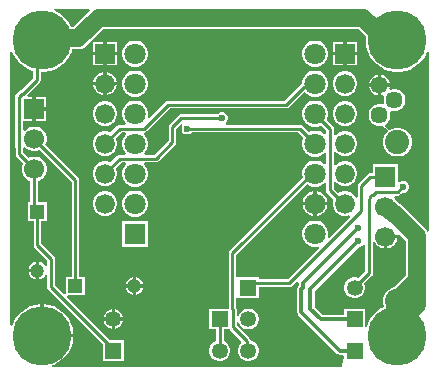
<source format=gbl>
G04*
G04 #@! TF.GenerationSoftware,Altium Limited,Altium Designer,25.8.1 (18)*
G04*
G04 Layer_Physical_Order=2*
G04 Layer_Color=16711680*
%FSLAX44Y44*%
%MOMM*%
G71*
G04*
G04 #@! TF.SameCoordinates,591AE639-5F93-457D-9E92-AC6843792E89*
G04*
G04*
G04 #@! TF.FilePolarity,Positive*
G04*
G01*
G75*
%ADD13C,0.2540*%
%ADD14C,1.7000*%
%ADD15R,1.7000X1.7000*%
%ADD19C,1.4500*%
%ADD23C,1.2000*%
%ADD27R,1.2000X1.2000*%
%ADD29R,1.2000X1.2000*%
%ADD31C,0.3048*%
%ADD32C,1.5000*%
%ADD33R,1.6800X1.6800*%
%ADD34C,1.6800*%
%ADD35C,1.8000*%
%ADD36C,1.3500*%
%ADD37C,5.0000*%
%ADD38C,2.0500*%
%ADD39R,1.3500X1.3500*%
%ADD40R,1.8000X1.8000*%
%ADD41C,0.6000*%
G36*
X67475Y302006D02*
X53528Y288059D01*
X51267D01*
X49763Y291011D01*
X47264Y294449D01*
X44259Y297454D01*
X40821Y299953D01*
X37034Y301882D01*
X36652Y302006D01*
X36894Y303530D01*
X66844D01*
X67475Y302006D01*
D02*
G37*
G36*
X267176Y155484D02*
Y149560D01*
X267430Y148284D01*
X268153Y147203D01*
X273390Y141965D01*
X272810Y139799D01*
Y137061D01*
X273519Y134416D01*
X274888Y132044D01*
X276824Y130108D01*
X279196Y128739D01*
X281841Y128030D01*
X284579D01*
X286875Y128645D01*
X287760Y127375D01*
X269810Y109425D01*
X268443Y110214D01*
X268810Y111582D01*
Y114478D01*
X268060Y117276D01*
X266612Y119784D01*
X264564Y121832D01*
X262056Y123280D01*
X259258Y124030D01*
X256362D01*
X253564Y123280D01*
X251056Y121832D01*
X249008Y119784D01*
X247560Y117276D01*
X246810Y114478D01*
Y111582D01*
X247560Y108784D01*
X249008Y106276D01*
X251056Y104228D01*
X253564Y102780D01*
X256362Y102030D01*
X259258D01*
X260626Y102397D01*
X261415Y101030D01*
X234839Y74454D01*
X210130D01*
Y76060D01*
X192818D01*
X192630Y76060D01*
X191294Y76514D01*
Y95139D01*
X251136Y154981D01*
X253564Y153580D01*
X256362Y152830D01*
X259258D01*
X262056Y153580D01*
X264564Y155028D01*
X265652Y156116D01*
X267176Y155484D01*
D02*
G37*
G36*
X334588Y106789D02*
Y77567D01*
X324440Y67419D01*
X322932Y67015D01*
X320138Y65402D01*
X317858Y63122D01*
X316245Y60328D01*
X315410Y57213D01*
Y53987D01*
X316173Y51139D01*
Y51120D01*
X313509Y49763D01*
X310071Y47264D01*
X307066Y44259D01*
X304568Y40821D01*
X302638Y37034D01*
X301654Y34006D01*
X300130Y34247D01*
Y49390D01*
X282630D01*
Y44233D01*
X264378D01*
X257593Y51018D01*
Y64552D01*
X294721Y101680D01*
X295635D01*
X297472Y102441D01*
X298758Y103727D01*
X299316Y103665D01*
X300282Y103260D01*
Y80927D01*
X294796Y75441D01*
X294757Y75464D01*
X292532Y76060D01*
X290228D01*
X288003Y75464D01*
X286007Y74312D01*
X284378Y72683D01*
X283226Y70687D01*
X282630Y68462D01*
Y66158D01*
X283226Y63933D01*
X284378Y61937D01*
X286007Y60308D01*
X288003Y59156D01*
X290228Y58560D01*
X292532D01*
X294757Y59156D01*
X296753Y60308D01*
X298382Y61937D01*
X299534Y63933D01*
X300130Y66158D01*
Y68462D01*
X299534Y70687D01*
X299511Y70726D01*
X305974Y77189D01*
X306696Y78270D01*
X306950Y79546D01*
Y105667D01*
X308474Y106075D01*
X309479Y104335D01*
X311345Y102469D01*
X313631Y101149D01*
X315976Y100521D01*
Y110490D01*
X317500D01*
Y112014D01*
X327976D01*
X328931Y112446D01*
X334588Y106789D01*
D02*
G37*
G36*
X300872Y280321D02*
X300660Y278985D01*
Y274735D01*
X301325Y270537D01*
X302638Y266496D01*
X304568Y262709D01*
X307066Y259271D01*
X310071Y256266D01*
X313509Y253768D01*
X317296Y251838D01*
X321338Y250525D01*
X325535Y249860D01*
X329785D01*
X333983Y250525D01*
X338024Y251838D01*
X341811Y253768D01*
X345249Y256266D01*
X348254Y259271D01*
X350752Y262709D01*
X352682Y266496D01*
X352806Y266878D01*
X354330Y266636D01*
Y115036D01*
X352865Y114592D01*
X352468Y115549D01*
X350946Y117533D01*
X332165Y136313D01*
X330181Y137836D01*
X329268Y138215D01*
X326936Y140546D01*
X325902Y142337D01*
X324625Y143614D01*
X325257Y145138D01*
X327876D01*
X329152Y145392D01*
X330233Y146115D01*
X331585Y147466D01*
X331745Y147400D01*
X333735D01*
X335572Y148161D01*
X336979Y149568D01*
X337740Y151405D01*
Y153395D01*
X336979Y155232D01*
X335572Y156639D01*
X333735Y157400D01*
X331745D01*
X329908Y156639D01*
X329524Y156255D01*
X328000Y156886D01*
Y171790D01*
X307000D01*
Y164624D01*
X304800D01*
X303524Y164370D01*
X302442Y163647D01*
X294823Y156027D01*
X294100Y154946D01*
X293846Y153670D01*
Y143856D01*
X292322Y143448D01*
X291532Y144816D01*
X289596Y146752D01*
X287224Y148121D01*
X284579Y148830D01*
X281841D01*
X279196Y148121D01*
X277591Y147194D01*
X273844Y150941D01*
Y156333D01*
X275368Y156964D01*
X276824Y155508D01*
X279196Y154139D01*
X281841Y153430D01*
X284579D01*
X287224Y154139D01*
X289596Y155508D01*
X291532Y157444D01*
X292901Y159816D01*
X293610Y162461D01*
Y165199D01*
X292901Y167844D01*
X291532Y170216D01*
X289596Y172152D01*
X287224Y173521D01*
X284579Y174230D01*
X281841D01*
X279196Y173521D01*
X276824Y172152D01*
X275368Y170696D01*
X273844Y171327D01*
Y181733D01*
X275368Y182364D01*
X276824Y180908D01*
X279196Y179539D01*
X281841Y178830D01*
X284579D01*
X287224Y179539D01*
X289596Y180908D01*
X291532Y182844D01*
X292901Y185216D01*
X293610Y187861D01*
Y190599D01*
X292901Y193244D01*
X291532Y195616D01*
X289596Y197552D01*
X287224Y198921D01*
X284579Y199630D01*
X281841D01*
X279196Y198921D01*
X276824Y197552D01*
X275368Y196096D01*
X273844Y196727D01*
Y201930D01*
X273590Y203206D01*
X272868Y204287D01*
X267588Y209567D01*
X268060Y210384D01*
X268810Y213182D01*
Y216078D01*
X268060Y218876D01*
X266612Y221384D01*
X264564Y223432D01*
X262056Y224880D01*
X259258Y225630D01*
X256362D01*
X253564Y224880D01*
X251056Y223432D01*
X249008Y221384D01*
X247560Y218876D01*
X246810Y216078D01*
Y213182D01*
X247560Y210384D01*
X249008Y207876D01*
X251056Y205828D01*
X253564Y204380D01*
X256362Y203630D01*
X259258D01*
X262056Y204380D01*
X262873Y204852D01*
X267176Y200549D01*
Y197576D01*
X265652Y196944D01*
X264564Y198032D01*
X262056Y199480D01*
X259258Y200230D01*
X256362D01*
X253564Y199480D01*
X252747Y199008D01*
X247467Y204287D01*
X246386Y205010D01*
X245110Y205264D01*
X182576D01*
X182297Y205810D01*
X182109Y206788D01*
X183309Y207988D01*
X184070Y209825D01*
Y211815D01*
X183309Y213652D01*
X181902Y215059D01*
X180065Y215820D01*
X178075D01*
X176238Y215059D01*
X175333Y214154D01*
X144780D01*
X143504Y213900D01*
X142423Y213178D01*
X134803Y205557D01*
X134080Y204476D01*
X133826Y203200D01*
Y191881D01*
X121809Y179864D01*
X113756D01*
X113124Y181388D01*
X114212Y182476D01*
X115660Y184984D01*
X116410Y187782D01*
Y190678D01*
X115660Y193476D01*
X114212Y195984D01*
X113097Y197100D01*
X113088Y197291D01*
X113635Y198716D01*
X114306Y198850D01*
X115387Y199573D01*
X134731Y218916D01*
X233680D01*
X234956Y219170D01*
X236038Y219893D01*
X249214Y233069D01*
X251056Y231228D01*
X253564Y229780D01*
X256362Y229030D01*
X259258D01*
X262056Y229780D01*
X264564Y231228D01*
X266612Y233276D01*
X268060Y235784D01*
X268810Y238582D01*
Y241478D01*
X268060Y244276D01*
X266612Y246784D01*
X264564Y248832D01*
X262056Y250280D01*
X259258Y251030D01*
X256362D01*
X253564Y250280D01*
X251056Y248832D01*
X249008Y246784D01*
X247560Y244276D01*
X246810Y241478D01*
Y239957D01*
X246395Y239680D01*
X232299Y225584D01*
X133350D01*
X132074Y225330D01*
X130992Y224608D01*
X117410Y211025D01*
X116043Y211814D01*
X116410Y213182D01*
Y216078D01*
X115660Y218876D01*
X114212Y221384D01*
X112164Y223432D01*
X109656Y224880D01*
X106858Y225630D01*
X103962D01*
X101164Y224880D01*
X98656Y223432D01*
X96608Y221384D01*
X95160Y218876D01*
X94410Y216078D01*
Y213182D01*
X95160Y210384D01*
X96608Y207876D01*
X97696Y206788D01*
X97064Y205264D01*
X92660D01*
X91384Y205010D01*
X90302Y204287D01*
X84602Y198587D01*
X84024Y198921D01*
X81379Y199630D01*
X78641D01*
X75996Y198921D01*
X73624Y197552D01*
X71688Y195616D01*
X70319Y193244D01*
X69610Y190599D01*
Y187861D01*
X70319Y185216D01*
X71688Y182844D01*
X73624Y180908D01*
X75996Y179539D01*
X78641Y178830D01*
X81379D01*
X84024Y179539D01*
X86396Y180908D01*
X88332Y182844D01*
X89701Y185216D01*
X90410Y187861D01*
Y190599D01*
X89701Y193244D01*
X89331Y193886D01*
X94041Y198596D01*
X97064D01*
X97696Y197072D01*
X96608Y195984D01*
X95160Y193476D01*
X94410Y190678D01*
Y187782D01*
X95160Y184984D01*
X96608Y182476D01*
X97696Y181388D01*
X97064Y179864D01*
X92660D01*
X91384Y179610D01*
X90302Y178888D01*
X84602Y173188D01*
X84024Y173521D01*
X81379Y174230D01*
X78641D01*
X75996Y173521D01*
X73624Y172152D01*
X71688Y170216D01*
X70319Y167844D01*
X69610Y165199D01*
Y162461D01*
X70319Y159816D01*
X71688Y157444D01*
X73624Y155508D01*
X75996Y154139D01*
X78641Y153430D01*
X81379D01*
X84024Y154139D01*
X86396Y155508D01*
X88332Y157444D01*
X89701Y159816D01*
X90410Y162461D01*
Y165199D01*
X89701Y167844D01*
X89331Y168486D01*
X94041Y173196D01*
X97064D01*
X97696Y171672D01*
X96608Y170584D01*
X95160Y168076D01*
X94410Y165278D01*
Y162382D01*
X95160Y159584D01*
X96608Y157076D01*
X98656Y155028D01*
X101164Y153580D01*
X103962Y152830D01*
X106858D01*
X109656Y153580D01*
X112164Y155028D01*
X114212Y157076D01*
X115660Y159584D01*
X116410Y162382D01*
Y165278D01*
X115660Y168076D01*
X114212Y170584D01*
X113124Y171672D01*
X113756Y173196D01*
X123190D01*
X124466Y173450D01*
X125548Y174172D01*
X139517Y188142D01*
X140240Y189224D01*
X140494Y190500D01*
Y201819D01*
X145156Y206481D01*
X145180Y206488D01*
X145189Y206486D01*
X145621Y204762D01*
X144860Y202925D01*
Y200935D01*
X145621Y199098D01*
X147028Y197691D01*
X148865Y196930D01*
X150855D01*
X152692Y197691D01*
X153597Y198596D01*
X243729D01*
X248032Y194293D01*
X247560Y193476D01*
X246810Y190678D01*
Y187782D01*
X247560Y184984D01*
X249008Y182476D01*
X251056Y180428D01*
X253564Y178980D01*
X256362Y178230D01*
X259258D01*
X262056Y178980D01*
X264564Y180428D01*
X265652Y181516D01*
X267176Y180884D01*
Y172176D01*
X265652Y171544D01*
X264564Y172632D01*
X262056Y174080D01*
X259258Y174830D01*
X256362D01*
X253564Y174080D01*
X251056Y172632D01*
X249008Y170584D01*
X247560Y168076D01*
X246810Y165278D01*
Y162382D01*
X247295Y160570D01*
X185602Y98877D01*
X184880Y97796D01*
X184626Y96520D01*
Y49390D01*
X168330D01*
Y31890D01*
X173746D01*
Y22135D01*
X173703Y22124D01*
X171707Y20972D01*
X170078Y19343D01*
X168926Y17347D01*
X168330Y15122D01*
Y12818D01*
X168926Y10593D01*
X170078Y8597D01*
X171707Y6968D01*
X173703Y5816D01*
X175928Y5220D01*
X178232D01*
X180457Y5816D01*
X182453Y6968D01*
X184082Y8597D01*
X185234Y10593D01*
X185830Y12818D01*
Y15122D01*
X185234Y17347D01*
X184082Y19343D01*
X182453Y20972D01*
X180457Y22124D01*
X180414Y22135D01*
Y31890D01*
X185693D01*
X185791Y31744D01*
X195323Y22212D01*
X195208Y20172D01*
X194378Y19343D01*
X193226Y17347D01*
X192630Y15122D01*
Y12818D01*
X193226Y10593D01*
X194378Y8597D01*
X196007Y6968D01*
X198003Y5816D01*
X200228Y5220D01*
X202532D01*
X204757Y5816D01*
X206753Y6968D01*
X208382Y8597D01*
X209534Y10593D01*
X210130Y12818D01*
Y15122D01*
X209534Y17347D01*
X208382Y19343D01*
X206753Y20972D01*
X204757Y22124D01*
X203198Y22541D01*
X202983Y23623D01*
X202260Y24705D01*
X191482Y35483D01*
Y37884D01*
X193006Y38084D01*
X193226Y37263D01*
X194378Y35267D01*
X196007Y33638D01*
X198003Y32486D01*
X200228Y31890D01*
X202532D01*
X204757Y32486D01*
X206753Y33638D01*
X208382Y35267D01*
X209534Y37263D01*
X210130Y39488D01*
Y41792D01*
X209534Y44017D01*
X208382Y46013D01*
X206753Y47642D01*
X204757Y48794D01*
X202532Y49390D01*
X200228D01*
X198003Y48794D01*
X196007Y47642D01*
X194378Y46013D01*
X193226Y44017D01*
X193006Y43196D01*
X191482Y43396D01*
Y49179D01*
X191294Y50124D01*
Y58106D01*
X192630Y58560D01*
X192818Y58560D01*
X210130D01*
Y67786D01*
X236220D01*
X237496Y68040D01*
X238577Y68762D01*
X242492Y72677D01*
X242803Y72627D01*
X244051Y71114D01*
Y68792D01*
X243839Y68581D01*
X243060Y67415D01*
X242787Y66040D01*
Y46990D01*
X243060Y45615D01*
X243839Y44449D01*
X276859Y11429D01*
X278025Y10650D01*
X279400Y10377D01*
X281434D01*
X282420Y9214D01*
X281582Y4172D01*
X280670Y3260D01*
Y0D01*
X35353D01*
X35112Y1524D01*
X36852Y2089D01*
X40572Y3985D01*
X43949Y6439D01*
X46901Y9391D01*
X49355Y12768D01*
X51251Y16488D01*
X52541Y20459D01*
X53194Y24583D01*
Y25146D01*
X26670D01*
Y26670D01*
X25146D01*
Y53194D01*
X24583D01*
X20459Y52541D01*
X16488Y51251D01*
X12768Y49355D01*
X9391Y46901D01*
X6439Y43949D01*
X3985Y40572D01*
X2089Y36852D01*
X1524Y35112D01*
X0Y35353D01*
Y266636D01*
X1524Y266878D01*
X1648Y266496D01*
X3577Y262709D01*
X6076Y259271D01*
X9081Y256266D01*
X12519Y253768D01*
X16306Y251838D01*
X18758Y251041D01*
Y244351D01*
X9034Y234627D01*
X8586Y234538D01*
X8586Y234538D01*
X8586Y234538D01*
X8151Y234248D01*
X7504Y233816D01*
X4974Y231286D01*
X4252Y230205D01*
X3998Y228929D01*
Y193140D01*
X3984D01*
X4002Y192777D01*
X4028Y191628D01*
X4287Y180095D01*
X4420Y179496D01*
X4540Y178894D01*
X4561Y178863D01*
X4569Y178825D01*
X4922Y178323D01*
X5262Y177813D01*
X6006Y177069D01*
X6006Y177069D01*
X10738Y172337D01*
X10366Y171693D01*
X9650Y169022D01*
Y166258D01*
X10366Y163587D01*
X11748Y161193D01*
X13703Y159238D01*
X16097Y157856D01*
X16816Y157663D01*
Y139680D01*
X14860D01*
Y123680D01*
X19526D01*
Y103205D01*
X19780Y101929D01*
X20503Y100848D01*
X30956Y90394D01*
Y85753D01*
X29432Y85345D01*
X28881Y86300D01*
X27480Y87701D01*
X25764Y88691D01*
X24384Y89061D01*
Y81680D01*
Y74299D01*
X25764Y74669D01*
X27480Y75659D01*
X28881Y77060D01*
X29432Y78015D01*
X30956Y77607D01*
Y68030D01*
X31210Y66754D01*
X31932Y65672D01*
X78330Y19275D01*
Y5220D01*
X95830D01*
Y22720D01*
X84315D01*
X47979Y59056D01*
X48610Y60580D01*
X63010D01*
Y76580D01*
X58344D01*
Y158280D01*
X58090Y159556D01*
X57368Y160638D01*
X29562Y188443D01*
X29934Y189087D01*
X30650Y191758D01*
Y194522D01*
X29934Y197193D01*
X28552Y199587D01*
X26597Y201542D01*
X24203Y202924D01*
X21532Y203640D01*
X18768D01*
X16097Y202924D01*
X13703Y201542D01*
X12190Y200029D01*
X10666Y200655D01*
Y208616D01*
X18626D01*
Y218640D01*
Y228664D01*
X14656D01*
X14476Y228873D01*
X14025Y230188D01*
X24449Y240613D01*
X25172Y241694D01*
X25426Y242970D01*
Y249860D01*
X28795D01*
X32992Y250525D01*
X37034Y251838D01*
X40821Y253768D01*
X44259Y256266D01*
X47264Y259271D01*
X49763Y262709D01*
X51692Y266496D01*
X52471Y268895D01*
X57497D01*
X59977Y269221D01*
X62288Y270179D01*
X64272Y271702D01*
X78899Y286328D01*
X294864D01*
X300872Y280321D01*
D02*
G37*
G36*
X13703Y184738D02*
X16097Y183356D01*
X18768Y182640D01*
X21532D01*
X24203Y183356D01*
X24847Y183728D01*
X51676Y156899D01*
Y76580D01*
X47010D01*
Y62180D01*
X45486Y61549D01*
X37624Y69411D01*
Y91775D01*
X37370Y93051D01*
X36648Y94132D01*
X26194Y104586D01*
Y123680D01*
X30860D01*
Y139680D01*
X23484D01*
Y157663D01*
X24203Y157856D01*
X26597Y159238D01*
X28552Y161193D01*
X29934Y163587D01*
X30650Y166258D01*
Y169022D01*
X29934Y171693D01*
X28552Y174087D01*
X26597Y176042D01*
X24203Y177424D01*
X21532Y178140D01*
X18768D01*
X16097Y177424D01*
X15453Y177052D01*
X10923Y181582D01*
X10836Y185449D01*
X12346Y186094D01*
X13703Y184738D01*
D02*
G37*
%LPC*%
G36*
X259334Y148917D02*
Y139954D01*
X268297D01*
X267617Y142492D01*
X266231Y144892D01*
X264272Y146851D01*
X261872Y148237D01*
X259334Y148917D01*
D02*
G37*
G36*
X256286D02*
X253748Y148237D01*
X251348Y146851D01*
X249389Y144892D01*
X248003Y142492D01*
X247323Y139954D01*
X256286D01*
Y148917D01*
D02*
G37*
G36*
X268297Y136906D02*
X259334D01*
Y127943D01*
X261872Y128623D01*
X264272Y130009D01*
X266231Y131968D01*
X267617Y134368D01*
X268297Y136906D01*
D02*
G37*
G36*
X256286D02*
X247323D01*
X248003Y134368D01*
X249389Y131968D01*
X251348Y130009D01*
X253748Y128623D01*
X256286Y127943D01*
Y136906D01*
D02*
G37*
G36*
X327469Y108966D02*
X319024D01*
Y100521D01*
X321369Y101149D01*
X323655Y102469D01*
X325521Y104335D01*
X326841Y106621D01*
X327469Y108966D01*
D02*
G37*
G36*
X293134Y275354D02*
X284734D01*
Y266954D01*
X293134D01*
Y275354D01*
D02*
G37*
G36*
X281686D02*
X273286D01*
Y266954D01*
X281686D01*
Y275354D01*
D02*
G37*
G36*
X89934D02*
X81534D01*
Y266954D01*
X89934D01*
Y275354D01*
D02*
G37*
G36*
X78486D02*
X70086D01*
Y266954D01*
X78486D01*
Y275354D01*
D02*
G37*
G36*
X293134Y263906D02*
X284734D01*
Y255506D01*
X293134D01*
Y263906D01*
D02*
G37*
G36*
X281686D02*
X273286D01*
Y255506D01*
X281686D01*
Y263906D01*
D02*
G37*
G36*
X89934D02*
X81534D01*
Y255506D01*
X89934D01*
Y263906D01*
D02*
G37*
G36*
X78486D02*
X70086D01*
Y255506D01*
X78486D01*
Y263906D01*
D02*
G37*
G36*
X259258Y276430D02*
X256362D01*
X253564Y275680D01*
X251056Y274232D01*
X249008Y272184D01*
X247560Y269676D01*
X246810Y266878D01*
Y263982D01*
X247560Y261184D01*
X249008Y258676D01*
X251056Y256628D01*
X253564Y255180D01*
X256362Y254430D01*
X259258D01*
X262056Y255180D01*
X264564Y256628D01*
X266612Y258676D01*
X268060Y261184D01*
X268810Y263982D01*
Y266878D01*
X268060Y269676D01*
X266612Y272184D01*
X264564Y274232D01*
X262056Y275680D01*
X259258Y276430D01*
D02*
G37*
G36*
X106858D02*
X103962D01*
X101164Y275680D01*
X98656Y274232D01*
X96608Y272184D01*
X95160Y269676D01*
X94410Y266878D01*
Y263982D01*
X95160Y261184D01*
X96608Y258676D01*
X98656Y256628D01*
X101164Y255180D01*
X103962Y254430D01*
X106858D01*
X109656Y255180D01*
X112164Y256628D01*
X114212Y258676D01*
X115660Y261184D01*
X116410Y263982D01*
Y266878D01*
X115660Y269676D01*
X114212Y272184D01*
X112164Y274232D01*
X109656Y275680D01*
X106858Y276430D01*
D02*
G37*
G36*
X81534Y249896D02*
Y241554D01*
X89876D01*
X89258Y243860D01*
X87951Y246124D01*
X86103Y247971D01*
X83841Y249278D01*
X81534Y249896D01*
D02*
G37*
G36*
X78486D02*
X76179Y249278D01*
X73917Y247971D01*
X72069Y246124D01*
X70762Y243860D01*
X70144Y241554D01*
X78486D01*
Y249896D01*
D02*
G37*
G36*
X313944Y247435D02*
Y240284D01*
X321095D01*
X320596Y242147D01*
X319441Y244147D01*
X317807Y245781D01*
X315807Y246936D01*
X313944Y247435D01*
D02*
G37*
G36*
X310896D02*
X309033Y246936D01*
X307033Y245781D01*
X305399Y244147D01*
X304244Y242147D01*
X303745Y240284D01*
X310896D01*
Y247435D01*
D02*
G37*
G36*
X89876Y238506D02*
X81534D01*
Y230164D01*
X83841Y230782D01*
X86103Y232089D01*
X87951Y233937D01*
X89258Y236199D01*
X89876Y238506D01*
D02*
G37*
G36*
X78486D02*
X70144D01*
X70762Y236199D01*
X72069Y233937D01*
X73917Y232089D01*
X76179Y230782D01*
X78486Y230164D01*
Y238506D01*
D02*
G37*
G36*
X310896Y237236D02*
X303745D01*
X304244Y235373D01*
X305399Y233373D01*
X307033Y231739D01*
X309033Y230584D01*
X310896Y230085D01*
Y237236D01*
D02*
G37*
G36*
X284579Y250430D02*
X281841D01*
X279196Y249721D01*
X276824Y248352D01*
X274888Y246416D01*
X273519Y244044D01*
X272810Y241399D01*
Y238661D01*
X273519Y236016D01*
X274888Y233644D01*
X276824Y231708D01*
X279196Y230339D01*
X281841Y229630D01*
X284579D01*
X287224Y230339D01*
X289596Y231708D01*
X291532Y233644D01*
X292901Y236016D01*
X293610Y238661D01*
Y241399D01*
X292901Y244044D01*
X291532Y246416D01*
X289596Y248352D01*
X287224Y249721D01*
X284579Y250430D01*
D02*
G37*
G36*
X106858Y251030D02*
X103962D01*
X101164Y250280D01*
X98656Y248832D01*
X96608Y246784D01*
X95160Y244276D01*
X94410Y241478D01*
Y238582D01*
X95160Y235784D01*
X96608Y233276D01*
X98656Y231228D01*
X101164Y229780D01*
X103962Y229030D01*
X106858D01*
X109656Y229780D01*
X112164Y231228D01*
X114212Y233276D01*
X115660Y235784D01*
X116410Y238582D01*
Y241478D01*
X115660Y244276D01*
X114212Y246784D01*
X112164Y248832D01*
X109656Y250280D01*
X106858Y251030D01*
D02*
G37*
G36*
X321095Y237236D02*
X313944D01*
Y230085D01*
X315197Y230420D01*
X315637Y230154D01*
X316367Y229309D01*
X316396Y229241D01*
X315870Y227278D01*
Y224842D01*
X316232Y223493D01*
X314987Y222248D01*
X313638Y222610D01*
X311202D01*
X308850Y221980D01*
X306740Y220762D01*
X305018Y219040D01*
X303800Y216930D01*
X303170Y214578D01*
Y212142D01*
X303800Y209790D01*
X305018Y207680D01*
X306740Y205958D01*
X308850Y204740D01*
X311202Y204110D01*
X313638D01*
X315158Y204517D01*
X315568Y204267D01*
X315736Y204152D01*
X316655Y203504D01*
X317402Y202756D01*
X318799Y201359D01*
X319018Y201141D01*
X319453Y199617D01*
X317858Y198022D01*
X316245Y195228D01*
X315410Y192113D01*
Y188887D01*
X316245Y185772D01*
X317858Y182978D01*
X320138Y180698D01*
X322932Y179085D01*
X326047Y178250D01*
X329273D01*
X332388Y179085D01*
X335182Y180698D01*
X337462Y182978D01*
X339075Y185772D01*
X339910Y188887D01*
Y192113D01*
X339075Y195228D01*
X337462Y198022D01*
X335182Y200302D01*
X332388Y201915D01*
X329273Y202750D01*
X326047D01*
X322932Y201915D01*
X320839Y200707D01*
X319495Y201141D01*
X316941Y203302D01*
X316720Y204632D01*
X316712Y205157D01*
X318100Y205958D01*
X319822Y207680D01*
X321040Y209790D01*
X321670Y212142D01*
Y214578D01*
X321308Y215927D01*
X322553Y217172D01*
X323902Y216810D01*
X326338D01*
X328690Y217440D01*
X330800Y218658D01*
X332522Y220380D01*
X333740Y222490D01*
X334370Y224842D01*
Y227278D01*
X333740Y229630D01*
X332522Y231740D01*
X330800Y233462D01*
X328690Y234680D01*
X326338Y235310D01*
X323902D01*
X321939Y234784D01*
X321871Y234813D01*
X321026Y235543D01*
X320760Y235983D01*
X321095Y237236D01*
D02*
G37*
G36*
X30174Y228664D02*
X21674D01*
Y220164D01*
X30174D01*
Y228664D01*
D02*
G37*
G36*
Y217116D02*
X21674D01*
Y208616D01*
X30174D01*
Y217116D01*
D02*
G37*
G36*
X284579Y225030D02*
X281841D01*
X279196Y224321D01*
X276824Y222952D01*
X274888Y221016D01*
X273519Y218644D01*
X272810Y215999D01*
Y213261D01*
X273519Y210616D01*
X274888Y208244D01*
X276824Y206308D01*
X279196Y204939D01*
X281841Y204230D01*
X284579D01*
X287224Y204939D01*
X289596Y206308D01*
X291532Y208244D01*
X292901Y210616D01*
X293610Y213261D01*
Y215999D01*
X292901Y218644D01*
X291532Y221016D01*
X289596Y222952D01*
X287224Y224321D01*
X284579Y225030D01*
D02*
G37*
G36*
X81379D02*
X78641D01*
X75996Y224321D01*
X73624Y222952D01*
X71688Y221016D01*
X70319Y218644D01*
X69610Y215999D01*
Y213261D01*
X70319Y210616D01*
X71688Y208244D01*
X73624Y206308D01*
X75996Y204939D01*
X78641Y204230D01*
X81379D01*
X84024Y204939D01*
X86396Y206308D01*
X88332Y208244D01*
X89701Y210616D01*
X90410Y213261D01*
Y215999D01*
X89701Y218644D01*
X88332Y221016D01*
X86396Y222952D01*
X84024Y224321D01*
X81379Y225030D01*
D02*
G37*
G36*
Y148830D02*
X78641D01*
X75996Y148121D01*
X73624Y146752D01*
X71688Y144816D01*
X70319Y142444D01*
X69610Y139799D01*
Y137061D01*
X70319Y134416D01*
X71688Y132044D01*
X73624Y130108D01*
X75996Y128739D01*
X78641Y128030D01*
X81379D01*
X84024Y128739D01*
X86396Y130108D01*
X88332Y132044D01*
X89701Y134416D01*
X90410Y137061D01*
Y139799D01*
X89701Y142444D01*
X88332Y144816D01*
X86396Y146752D01*
X84024Y148121D01*
X81379Y148830D01*
D02*
G37*
G36*
X106858Y149430D02*
X103962D01*
X101164Y148680D01*
X98656Y147232D01*
X96608Y145184D01*
X95160Y142676D01*
X94410Y139878D01*
Y136982D01*
X95160Y134184D01*
X96608Y131676D01*
X98656Y129628D01*
X101164Y128180D01*
X103962Y127430D01*
X106858D01*
X109656Y128180D01*
X112164Y129628D01*
X114212Y131676D01*
X115660Y134184D01*
X116410Y136982D01*
Y139878D01*
X115660Y142676D01*
X114212Y145184D01*
X112164Y147232D01*
X109656Y148680D01*
X106858Y149430D01*
D02*
G37*
G36*
X116410Y124030D02*
X94410D01*
Y102030D01*
X116410D01*
Y124030D01*
D02*
G37*
G36*
X21336Y89061D02*
X19956Y88691D01*
X18240Y87701D01*
X16839Y86300D01*
X15849Y84584D01*
X15479Y83204D01*
X21336D01*
Y89061D01*
D02*
G37*
G36*
Y80156D02*
X15479D01*
X15849Y78776D01*
X16839Y77060D01*
X18240Y75659D01*
X19956Y74669D01*
X21336Y74299D01*
Y80156D01*
D02*
G37*
G36*
X106534Y75961D02*
Y70104D01*
X112391D01*
X112021Y71484D01*
X111031Y73200D01*
X109630Y74601D01*
X107914Y75591D01*
X106534Y75961D01*
D02*
G37*
G36*
X103486D02*
X102106Y75591D01*
X100390Y74601D01*
X98989Y73200D01*
X97999Y71484D01*
X97629Y70104D01*
X103486D01*
Y75961D01*
D02*
G37*
G36*
X112391Y67056D02*
X106534D01*
Y61199D01*
X107914Y61569D01*
X109630Y62559D01*
X111031Y63960D01*
X112021Y65676D01*
X112391Y67056D01*
D02*
G37*
G36*
X103486D02*
X97629D01*
X97999Y65676D01*
X98989Y63960D01*
X100390Y62559D01*
X102106Y61569D01*
X103486Y61199D01*
Y67056D01*
D02*
G37*
G36*
X88604Y48797D02*
Y42164D01*
X95238D01*
X94790Y43834D01*
X93701Y45720D01*
X92160Y47261D01*
X90274Y48350D01*
X88604Y48797D01*
D02*
G37*
G36*
X85556D02*
X83886Y48350D01*
X82000Y47261D01*
X80459Y45720D01*
X79370Y43834D01*
X78923Y42164D01*
X85556D01*
Y48797D01*
D02*
G37*
G36*
X95238Y39116D02*
X88604D01*
Y32483D01*
X90274Y32930D01*
X92160Y34019D01*
X93701Y35560D01*
X94790Y37446D01*
X95238Y39116D01*
D02*
G37*
G36*
X85556D02*
X78923D01*
X79370Y37446D01*
X80459Y35560D01*
X82000Y34019D01*
X83886Y32930D01*
X85556Y32483D01*
Y39116D01*
D02*
G37*
G36*
X28758Y53194D02*
X28194D01*
Y28194D01*
X53194D01*
Y28758D01*
X52541Y32881D01*
X51251Y36852D01*
X49355Y40572D01*
X46901Y43949D01*
X43949Y46901D01*
X40572Y49355D01*
X36852Y51251D01*
X32881Y52541D01*
X28758Y53194D01*
D02*
G37*
%LPD*%
D13*
X306620Y145526D02*
G03*
X304227Y143132I7245J-9636D01*
G01*
X7332Y193140D02*
G03*
X7335Y192852I12818J0D01*
G01*
X303616Y79546D02*
Y142322D01*
X304227Y143132D01*
X307575Y146246D02*
X309058Y147728D01*
X309802Y148472D01*
X306620Y145526D02*
X307575Y146246D01*
X309802Y148472D02*
X327876D01*
X294960Y70890D02*
X303616Y79546D01*
X327876Y148472D02*
X331804Y152400D01*
X332740D01*
X144780Y210820D02*
X179070D01*
X137160Y190500D02*
Y203200D01*
X144780Y210820D01*
X123190Y176530D02*
X137160Y190500D01*
X92660Y176530D02*
X123190D01*
X149860Y201930D02*
X245110D01*
X256540Y190500D01*
X304800Y161290D02*
X317500D01*
X297180Y132080D02*
Y153670D01*
X304800Y161290D01*
X236220Y71120D02*
X297180Y132080D01*
X201380Y71120D02*
X236220D01*
X270510Y149560D02*
Y201930D01*
X257810Y214630D02*
X270510Y201930D01*
Y149560D02*
X282400Y137670D01*
X22860Y103205D02*
X34290Y91775D01*
Y68030D02*
Y91775D01*
Y68030D02*
X87080Y15240D01*
X10580Y231458D02*
X11298Y232176D01*
X9862Y231458D02*
X10580Y231458D01*
X7332Y193140D02*
Y228929D01*
X7335Y192852D02*
X7620Y180170D01*
X8364Y179426D01*
X20150Y167640D01*
X11298Y232176D02*
X22092Y242970D01*
X7332Y228929D02*
X9862Y231458D01*
X291610Y70890D02*
X294960D01*
X187960Y49367D02*
Y96520D01*
X258492Y167052D01*
X187960Y49367D02*
X188148Y49179D01*
Y34102D02*
Y49179D01*
X256540Y190500D02*
X257810D01*
X133350Y222250D02*
X233680D01*
X113030Y201930D02*
X133350Y222250D01*
X233680D02*
X248752Y237322D01*
X92660Y201930D02*
X113030D01*
X79200Y188470D02*
X92660Y201930D01*
X253626Y241300D02*
X257810D01*
X248752Y237322D02*
X249648D01*
X253626Y241300D01*
X79200Y163070D02*
X92660Y176530D01*
X188148Y34102D02*
X199903Y22347D01*
X55010Y68580D02*
Y158280D01*
X20150Y193140D02*
X55010Y158280D01*
X199903Y16717D02*
X201380Y15240D01*
X199903Y16717D02*
Y22347D01*
X22092Y242970D02*
Y265932D01*
X27940Y271780D01*
X22860Y103205D02*
Y131680D01*
X20150Y134390D02*
Y167640D01*
Y134390D02*
X22860Y131680D01*
X177080Y15240D02*
Y44450D01*
D14*
X317500Y110490D02*
D03*
Y135890D02*
D03*
X20150Y193140D02*
D03*
Y167640D02*
D03*
D15*
X317500Y161290D02*
D03*
X20150Y218640D02*
D03*
D19*
X312420Y238760D02*
D03*
Y213360D02*
D03*
X325120Y226060D02*
D03*
D23*
X105010Y68580D02*
D03*
X22860Y81680D02*
D03*
D27*
X55010Y68580D02*
D03*
D29*
X22860Y131680D02*
D03*
D31*
X254000Y66040D02*
X294640Y106680D01*
X254000Y49530D02*
Y66040D01*
Y49530D02*
X262890Y40640D01*
X291380D01*
X247644Y71114D02*
X294640Y118110D01*
X247644Y67304D02*
Y71114D01*
X246380Y66040D02*
X247644Y67304D01*
X246380Y46990D02*
Y66040D01*
Y46990D02*
X279400Y13970D01*
X291380D01*
D32*
X344170Y52651D02*
Y73598D01*
X327660Y57088D02*
X344170Y73598D01*
X327660Y36141D02*
X344170Y52651D01*
X327660Y26670D02*
Y36141D01*
X317500Y135890D02*
X318041D01*
X324393Y129538D02*
X325390D01*
X344170Y110758D01*
X318041Y135890D02*
X324393Y129538D01*
X344170Y73598D02*
Y110758D01*
X325755Y29845D02*
Y55600D01*
X327660D02*
Y57088D01*
X325755Y29845D02*
X326390Y29210D01*
X34637Y278477D02*
X57497D01*
X298833Y295910D02*
X312277Y282466D01*
X74930Y295910D02*
X298833D01*
X33020Y276860D02*
X34637Y278477D01*
X57497D02*
X74930Y295910D01*
X312277Y276860D02*
Y282466D01*
D33*
X80010Y265430D02*
D03*
X283210D02*
D03*
D34*
X80010Y240030D02*
D03*
Y214630D02*
D03*
Y189230D02*
D03*
Y163830D02*
D03*
Y138430D02*
D03*
X283210Y240030D02*
D03*
Y214630D02*
D03*
Y189230D02*
D03*
Y163830D02*
D03*
Y138430D02*
D03*
D35*
X257810D02*
D03*
X105410D02*
D03*
Y163830D02*
D03*
Y189230D02*
D03*
Y214630D02*
D03*
Y240030D02*
D03*
Y265430D02*
D03*
X257810D02*
D03*
Y240030D02*
D03*
Y214630D02*
D03*
Y189230D02*
D03*
Y163830D02*
D03*
Y113030D02*
D03*
D36*
X87080Y40640D02*
D03*
X201380D02*
D03*
Y13970D02*
D03*
X291380Y67310D02*
D03*
X177080Y13970D02*
D03*
D37*
X26670Y26670D02*
D03*
X327660D02*
D03*
Y276860D02*
D03*
X26670D02*
D03*
D38*
X327660Y55600D02*
D03*
Y190500D02*
D03*
D39*
X201380Y67310D02*
D03*
X291380Y13970D02*
D03*
X87080D02*
D03*
X291380Y40640D02*
D03*
X177080D02*
D03*
D40*
X105410Y113030D02*
D03*
D41*
X345000Y180000D02*
D03*
X340000Y170000D02*
D03*
X345000Y160000D02*
D03*
Y140000D02*
D03*
X330000Y90000D02*
D03*
X325000Y240000D02*
D03*
X320000Y90000D02*
D03*
X325000Y80000D02*
D03*
X320000Y70000D02*
D03*
X310000Y90000D02*
D03*
X315000Y80000D02*
D03*
X310000Y70000D02*
D03*
X300000Y250000D02*
D03*
Y230000D02*
D03*
X305000Y60000D02*
D03*
X295000Y280000D02*
D03*
Y200000D02*
D03*
Y180000D02*
D03*
X290000Y90000D02*
D03*
X295000Y80000D02*
D03*
X285000Y280000D02*
D03*
Y80000D02*
D03*
X275000Y280000D02*
D03*
X270000Y250000D02*
D03*
Y230000D02*
D03*
Y130000D02*
D03*
X275000Y120000D02*
D03*
Y60000D02*
D03*
X270000Y50000D02*
D03*
Y10000D02*
D03*
X265000Y280000D02*
D03*
Y60000D02*
D03*
X260000Y10000D02*
D03*
X255000Y280000D02*
D03*
X250000Y30000D02*
D03*
X255000Y20000D02*
D03*
X250000Y10000D02*
D03*
X245000Y280000D02*
D03*
X240000Y270000D02*
D03*
Y210000D02*
D03*
Y190000D02*
D03*
X245000Y180000D02*
D03*
X240000Y170000D02*
D03*
Y130000D02*
D03*
X245000Y120000D02*
D03*
X240000Y110000D02*
D03*
X245000Y100000D02*
D03*
X240000Y90000D02*
D03*
Y30000D02*
D03*
X245000Y20000D02*
D03*
X240000Y10000D02*
D03*
X235000Y280000D02*
D03*
X230000Y270000D02*
D03*
X235000Y260000D02*
D03*
X230000Y250000D02*
D03*
Y210000D02*
D03*
Y190000D02*
D03*
X235000Y180000D02*
D03*
X230000Y170000D02*
D03*
X235000Y160000D02*
D03*
X230000Y150000D02*
D03*
X235000Y120000D02*
D03*
X230000Y110000D02*
D03*
X235000Y100000D02*
D03*
X230000Y90000D02*
D03*
X235000Y80000D02*
D03*
Y60000D02*
D03*
X230000Y50000D02*
D03*
X235000Y20000D02*
D03*
X230000Y10000D02*
D03*
X225000Y280000D02*
D03*
X220000Y270000D02*
D03*
X225000Y260000D02*
D03*
X220000Y250000D02*
D03*
Y210000D02*
D03*
Y190000D02*
D03*
X225000Y180000D02*
D03*
X220000Y170000D02*
D03*
X225000Y160000D02*
D03*
X220000Y150000D02*
D03*
X225000Y120000D02*
D03*
X220000Y110000D02*
D03*
X225000Y100000D02*
D03*
X220000Y90000D02*
D03*
X225000Y80000D02*
D03*
Y60000D02*
D03*
X220000Y50000D02*
D03*
X225000Y20000D02*
D03*
X220000Y10000D02*
D03*
X215000Y280000D02*
D03*
X210000Y270000D02*
D03*
X215000Y260000D02*
D03*
X210000Y250000D02*
D03*
X215000Y240000D02*
D03*
X210000Y230000D02*
D03*
Y190000D02*
D03*
X215000Y180000D02*
D03*
X210000Y170000D02*
D03*
X215000Y160000D02*
D03*
X210000Y150000D02*
D03*
X215000Y140000D02*
D03*
X210000Y130000D02*
D03*
X215000Y100000D02*
D03*
X210000Y90000D02*
D03*
X215000Y80000D02*
D03*
Y60000D02*
D03*
X210000Y50000D02*
D03*
X215000Y40000D02*
D03*
Y20000D02*
D03*
X205000Y280000D02*
D03*
X200000Y270000D02*
D03*
X205000Y260000D02*
D03*
X200000Y250000D02*
D03*
X205000Y240000D02*
D03*
X200000Y230000D02*
D03*
Y190000D02*
D03*
X205000Y180000D02*
D03*
X200000Y170000D02*
D03*
X205000Y160000D02*
D03*
X200000Y150000D02*
D03*
X205000Y140000D02*
D03*
X200000Y130000D02*
D03*
X205000Y100000D02*
D03*
X200000Y90000D02*
D03*
X205000Y80000D02*
D03*
X195000Y280000D02*
D03*
X190000Y270000D02*
D03*
X195000Y260000D02*
D03*
X190000Y250000D02*
D03*
X195000Y240000D02*
D03*
X190000Y230000D02*
D03*
Y190000D02*
D03*
X195000Y180000D02*
D03*
X190000Y170000D02*
D03*
X195000Y160000D02*
D03*
X190000Y150000D02*
D03*
X195000Y140000D02*
D03*
X190000Y130000D02*
D03*
X195000Y120000D02*
D03*
X190000Y110000D02*
D03*
X195000Y80000D02*
D03*
X190000Y10000D02*
D03*
X185000Y280000D02*
D03*
X180000Y270000D02*
D03*
X185000Y260000D02*
D03*
X180000Y250000D02*
D03*
X185000Y240000D02*
D03*
X180000Y230000D02*
D03*
Y190000D02*
D03*
X185000Y180000D02*
D03*
X180000Y170000D02*
D03*
X185000Y160000D02*
D03*
X180000Y150000D02*
D03*
X185000Y140000D02*
D03*
X180000Y130000D02*
D03*
X185000Y120000D02*
D03*
X180000Y110000D02*
D03*
Y90000D02*
D03*
X175000Y280000D02*
D03*
X170000Y270000D02*
D03*
X175000Y260000D02*
D03*
X170000Y250000D02*
D03*
X175000Y240000D02*
D03*
X170000Y230000D02*
D03*
X175000Y180000D02*
D03*
Y160000D02*
D03*
Y140000D02*
D03*
Y120000D02*
D03*
Y100000D02*
D03*
Y80000D02*
D03*
Y60000D02*
D03*
X165000Y280000D02*
D03*
X160000Y270000D02*
D03*
X165000Y260000D02*
D03*
X160000Y250000D02*
D03*
X165000Y240000D02*
D03*
X160000Y230000D02*
D03*
Y70000D02*
D03*
X165000Y60000D02*
D03*
X160000Y50000D02*
D03*
X165000Y40000D02*
D03*
Y20000D02*
D03*
X160000Y10000D02*
D03*
X155000Y280000D02*
D03*
X150000Y270000D02*
D03*
X155000Y260000D02*
D03*
X150000Y250000D02*
D03*
X155000Y240000D02*
D03*
X150000Y190000D02*
D03*
X155000Y180000D02*
D03*
X150000Y170000D02*
D03*
X155000Y160000D02*
D03*
X150000Y150000D02*
D03*
X155000Y140000D02*
D03*
X150000Y130000D02*
D03*
X155000Y120000D02*
D03*
X150000Y110000D02*
D03*
X155000Y100000D02*
D03*
X150000Y90000D02*
D03*
X155000Y80000D02*
D03*
X150000Y70000D02*
D03*
X155000Y60000D02*
D03*
X150000Y50000D02*
D03*
X155000Y40000D02*
D03*
Y20000D02*
D03*
X150000Y10000D02*
D03*
X145000Y280000D02*
D03*
X140000Y270000D02*
D03*
X145000Y260000D02*
D03*
X140000Y250000D02*
D03*
X145000Y240000D02*
D03*
Y180000D02*
D03*
X140000Y170000D02*
D03*
X145000Y160000D02*
D03*
X140000Y150000D02*
D03*
X145000Y140000D02*
D03*
X140000Y130000D02*
D03*
X145000Y120000D02*
D03*
X140000Y110000D02*
D03*
X145000Y100000D02*
D03*
X140000Y90000D02*
D03*
X145000Y80000D02*
D03*
X140000Y70000D02*
D03*
X145000Y60000D02*
D03*
X140000Y50000D02*
D03*
X145000Y40000D02*
D03*
Y20000D02*
D03*
X140000Y10000D02*
D03*
X135000Y280000D02*
D03*
X130000Y270000D02*
D03*
X135000Y260000D02*
D03*
X130000Y230000D02*
D03*
Y170000D02*
D03*
X135000Y160000D02*
D03*
X130000Y150000D02*
D03*
X135000Y140000D02*
D03*
X130000Y130000D02*
D03*
X135000Y120000D02*
D03*
X130000Y110000D02*
D03*
X135000Y100000D02*
D03*
X130000Y90000D02*
D03*
X135000Y80000D02*
D03*
X130000Y70000D02*
D03*
X135000Y60000D02*
D03*
X130000Y50000D02*
D03*
X135000Y40000D02*
D03*
Y20000D02*
D03*
X130000Y10000D02*
D03*
X125000Y280000D02*
D03*
X120000Y270000D02*
D03*
X125000Y260000D02*
D03*
Y240000D02*
D03*
X120000Y230000D02*
D03*
Y190000D02*
D03*
Y170000D02*
D03*
X125000Y160000D02*
D03*
X120000Y150000D02*
D03*
X125000Y140000D02*
D03*
X120000Y130000D02*
D03*
X125000Y120000D02*
D03*
X120000Y110000D02*
D03*
X125000Y100000D02*
D03*
X120000Y90000D02*
D03*
X125000Y80000D02*
D03*
X120000Y70000D02*
D03*
X125000Y60000D02*
D03*
X120000Y50000D02*
D03*
X125000Y20000D02*
D03*
X120000Y10000D02*
D03*
X115000Y280000D02*
D03*
X110000Y90000D02*
D03*
X115000Y80000D02*
D03*
Y60000D02*
D03*
X110000Y30000D02*
D03*
X115000Y20000D02*
D03*
X110000Y10000D02*
D03*
X105000Y280000D02*
D03*
X100000Y90000D02*
D03*
X105000Y80000D02*
D03*
Y40000D02*
D03*
X100000Y30000D02*
D03*
X105000Y20000D02*
D03*
X100000Y10000D02*
D03*
X95000Y280000D02*
D03*
X90000Y250000D02*
D03*
Y230000D02*
D03*
Y150000D02*
D03*
Y110000D02*
D03*
Y90000D02*
D03*
X95000Y80000D02*
D03*
X85000Y280000D02*
D03*
Y120000D02*
D03*
X80000Y110000D02*
D03*
X85000Y100000D02*
D03*
X80000Y90000D02*
D03*
X85000Y80000D02*
D03*
Y60000D02*
D03*
X80000Y50000D02*
D03*
X70000Y250000D02*
D03*
Y230000D02*
D03*
Y150000D02*
D03*
X75000Y120000D02*
D03*
X70000Y110000D02*
D03*
X75000Y100000D02*
D03*
X70000Y90000D02*
D03*
X75000Y80000D02*
D03*
Y60000D02*
D03*
X70000Y50000D02*
D03*
X75000Y40000D02*
D03*
X70000Y10000D02*
D03*
X65000Y260000D02*
D03*
X60000Y250000D02*
D03*
X65000Y240000D02*
D03*
X60000Y230000D02*
D03*
X65000Y220000D02*
D03*
X60000Y210000D02*
D03*
X65000Y200000D02*
D03*
X60000Y190000D02*
D03*
X65000Y180000D02*
D03*
X60000Y170000D02*
D03*
X65000Y160000D02*
D03*
Y140000D02*
D03*
Y120000D02*
D03*
Y100000D02*
D03*
Y80000D02*
D03*
X60000Y30000D02*
D03*
X65000Y20000D02*
D03*
X60000Y10000D02*
D03*
X55000Y260000D02*
D03*
X50000Y250000D02*
D03*
X55000Y240000D02*
D03*
X50000Y230000D02*
D03*
X55000Y220000D02*
D03*
X50000Y210000D02*
D03*
X55000Y200000D02*
D03*
X50000Y190000D02*
D03*
X55000Y180000D02*
D03*
X45000Y240000D02*
D03*
X40000Y230000D02*
D03*
X45000Y220000D02*
D03*
X40000Y210000D02*
D03*
X45000Y200000D02*
D03*
X40000Y190000D02*
D03*
X45000Y180000D02*
D03*
X40000Y150000D02*
D03*
X45000Y140000D02*
D03*
X40000Y130000D02*
D03*
X45000Y120000D02*
D03*
X40000Y110000D02*
D03*
X45000Y100000D02*
D03*
Y80000D02*
D03*
X35000Y240000D02*
D03*
Y220000D02*
D03*
Y200000D02*
D03*
Y160000D02*
D03*
X30000Y150000D02*
D03*
X35000Y140000D02*
D03*
Y120000D02*
D03*
X30000Y110000D02*
D03*
X20000Y70000D02*
D03*
X25000Y60000D02*
D03*
X10000Y250000D02*
D03*
Y150000D02*
D03*
Y130000D02*
D03*
X15000Y120000D02*
D03*
X10000Y110000D02*
D03*
X15000Y100000D02*
D03*
X10000Y90000D02*
D03*
Y70000D02*
D03*
X15000Y60000D02*
D03*
X294640Y118110D02*
D03*
Y106680D02*
D03*
X332740Y152400D02*
D03*
X179070Y210820D02*
D03*
X149860Y201930D02*
D03*
M02*

</source>
